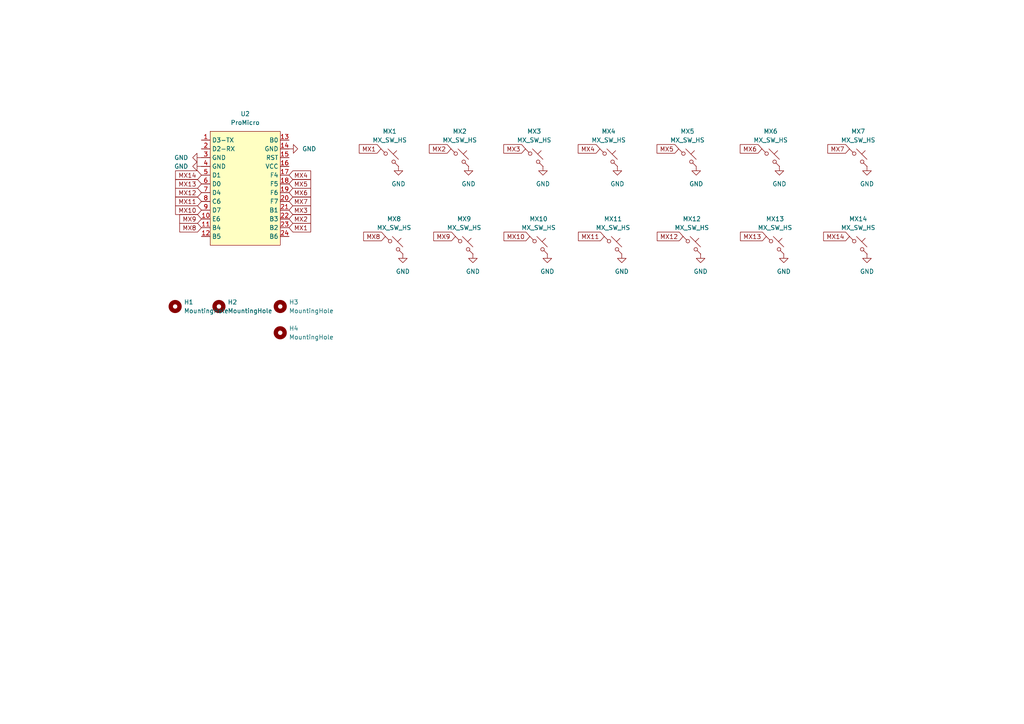
<source format=kicad_sch>
(kicad_sch (version 20230121) (generator eeschema)
  (paper "A4")
  (lib_symbols
    (symbol "Mechanical:MountingHole" (pin_names (offset 1.016))
      (property "Reference" "H" (at 0 5.08 0))
      (property "Value" "MountingHole" (at 0 3.175 0))
      (symbol "MountingHole_0_1"
        (circle (center 0 0) (radius 1.27) (stroke (width 1.27)))
      )
    )
    (symbol "marbastlib-mx:MX_SW_HS" (pin_numbers hide) (pin_names (offset 1.016) hide)
      (property "Reference" "MX" (at 3.048 1.016 0))
      (property "Value" "MX_SW_HS" (at 0 -3.81 0))
      (symbol "MX_SW_HS_0_1"
        (circle (center -1.1684 1.1684) (radius 0.508))
        (polyline (pts (xy -0.508 2.54) (xy 2.54 -0.508)))
        (polyline (pts (xy 1.016 1.016) (xy 2.032 2.032)))
        (polyline (pts (xy -2.54 2.54) (xy -1.524 1.524) (xy -1.524 1.524)))
        (polyline (pts (xy 1.524 -1.524) (xy 2.54 -2.54) (xy 2.54 -2.54) (xy 2.54 -2.54)))
        (circle (center 1.143 -1.1938) (radius 0.508))
        (pin passive line (at -2.54 2.54 0) (length 0) (name "1") (number "1"))
        (pin passive line (at 2.54 -2.54 180) (length 0) (name "2") (number "2"))
      )
    )
    (symbol "marbastlib-promicroish:Arduino_ProMicro" (in_bom no)
      (property "Reference" "U" (at 0 20.32 0))
      (property "Value" "ProMicro" (at 0 17.78 0))
      (symbol "Arduino_ProMicro_0_0"
        (pin bidirectional line (at -12.7 13.97 0) (length 2.54) (name "D3-TX") (number "1"))
        (pin bidirectional line (at -12.7 -8.89 0) (length 2.54) (name "E6") (number "10"))
        (pin bidirectional line (at -12.7 -11.43 0) (length 2.54) (name "B4") (number "11"))
        (pin bidirectional line (at -12.7 -13.97 0) (length 2.54) (name "B5") (number "12"))
        (pin power_out line (at 12.7 11.43 180) (length 2.54) (name "GND") (number "14"))
        (pin bidirectional line (at 12.7 8.89 180) (length 2.54) (name "RST") (number "15"))
        (pin bidirectional line (at 12.7 3.81 180) (length 2.54) (name "F4") (number "17"))
        (pin bidirectional line (at 12.7 1.27 180) (length 2.54) (name "F5") (number "18"))
        (pin bidirectional line (at 12.7 -1.27 180) (length 2.54) (name "F6") (number "19"))
        (pin bidirectional line (at -12.7 11.43 0) (length 2.54) (name "D2-RX") (number "2"))
        (pin bidirectional line (at 12.7 -3.81 180) (length 2.54) (name "F7") (number "20"))
        (pin bidirectional line (at 12.7 -6.35 180) (length 2.54) (name "B1") (number "21"))
        (pin bidirectional line (at 12.7 -8.89 180) (length 2.54) (name "B3") (number "22"))
        (pin bidirectional line (at 12.7 -11.43 180) (length 2.54) (name "B2") (number "23"))
        (pin bidirectional line (at 12.7 -13.97 180) (length 2.54) (name "B6") (number "24"))
        (pin power_out line (at -12.7 8.89 0) (length 2.54) (name "GND") (number "3"))
        (pin power_out line (at -12.7 6.35 0) (length 2.54) (name "GND") (number "4"))
        (pin bidirectional line (at -12.7 3.81 0) (length 2.54) (name "D1") (number "5"))
        (pin bidirectional line (at -12.7 1.27 0) (length 2.54) (name "D0") (number "6"))
        (pin bidirectional line (at -12.7 -1.27 0) (length 2.54) (name "D4") (number "7"))
        (pin bidirectional line (at -12.7 -3.81 0) (length 2.54) (name "C6") (number "8"))
        (pin bidirectional line (at -12.7 -6.35 0) (length 2.54) (name "D7") (number "9"))
      )
      (symbol "Arduino_ProMicro_1_0"
        (pin bidirectional line (at 12.7 13.97 180) (length 2.54) (name "B0") (number "13"))
        (pin power_out line (at 12.7 6.35 180) (length 2.54) (name "VCC") (number "16"))
      )
      (symbol "Arduino_ProMicro_1_1"
        (rectangle (start -10.16 16.51) (end 10.16 -16.51) (fill (type background)))
      )
    )
    (symbol "power:GND" (power) (pin_names (offset 0))
      (property "Value" "GND" (at 0 -3.81 0))
      (symbol "GND_0_1"
        (polyline (pts (xy 0 0) (xy 0 -1.27) (xy 1.27 -1.27) (xy 0 -2.54) (xy -1.27 -1.27) (xy 0 -1.27)))
      )
      (symbol "GND_1_1"
        (pin power_in line (at 0 0 270) (length 0) hide (name "GND") (number "1"))
      )
    )
  )
  (global_label "MX6" (shape input) (at 83.82 55.88 0) (property "Intersheetrefs" "${INTERSHEET_REFS}" (effects hide)))
  (global_label "MX12" (shape input) (at 198.12 68.58 180) (property "Intersheetrefs" "${INTERSHEET_REFS}" (effects hide)))
  (global_label "MX5" (shape input) (at 196.85 43.18 180) (property "Intersheetrefs" "${INTERSHEET_REFS}" (effects hide)))
  (global_label "MX7" (shape input) (at 83.82 58.42 0) (property "Intersheetrefs" "${INTERSHEET_REFS}" (effects hide)))
  (global_label "MX1" (shape input) (at 83.82 66.04 0) (property "Intersheetrefs" "${INTERSHEET_REFS}" (effects hide)))
  (global_label "MX8" (shape input) (at 111.76 68.58 180) (property "Intersheetrefs" "${INTERSHEET_REFS}" (effects hide)))
  (global_label "MX14" (shape input) (at 246.38 68.58 180) (property "Intersheetrefs" "${INTERSHEET_REFS}" (effects hide)))
  (global_label "MX9" (shape input) (at 58.42 63.5 180) (property "Intersheetrefs" "${INTERSHEET_REFS}" (effects hide)))
  (global_label "MX10" (shape input) (at 153.67 68.58 180) (property "Intersheetrefs" "${INTERSHEET_REFS}" (effects hide)))
  (global_label "MX2" (shape input) (at 83.82 63.5 0) (property "Intersheetrefs" "${INTERSHEET_REFS}" (effects hide)))
  (global_label "MX3" (shape input) (at 152.4 43.18 180) (property "Intersheetrefs" "${INTERSHEET_REFS}" (effects hide)))
  (global_label "MX10" (shape input) (at 58.42 60.96 180) (property "Intersheetrefs" "${INTERSHEET_REFS}" (effects hide)))
  (global_label "MX13" (shape input) (at 58.42 53.34 180) (property "Intersheetrefs" "${INTERSHEET_REFS}" (effects hide)))
  (global_label "MX11" (shape input) (at 175.26 68.58 180) (property "Intersheetrefs" "${INTERSHEET_REFS}" (effects hide)))
  (global_label "MX14" (shape input) (at 58.42 50.8 180) (property "Intersheetrefs" "${INTERSHEET_REFS}" (effects hide)))
  (global_label "MX1" (shape input) (at 110.49 43.18 180) (property "Intersheetrefs" "${INTERSHEET_REFS}" (effects hide)))
  (global_label "MX6" (shape input) (at 220.98 43.18 180) (property "Intersheetrefs" "${INTERSHEET_REFS}" (effects hide)))
  (global_label "MX7" (shape input) (at 246.38 43.18 180) (property "Intersheetrefs" "${INTERSHEET_REFS}" (effects hide)))
  (global_label "MX3" (shape input) (at 83.82 60.96 0) (property "Intersheetrefs" "${INTERSHEET_REFS}" (effects hide)))
  (global_label "MX13" (shape input) (at 222.25 68.58 180) (property "Intersheetrefs" "${INTERSHEET_REFS}" (effects hide)))
  (global_label "MX9" (shape input) (at 132.08 68.58 180) (property "Intersheetrefs" "${INTERSHEET_REFS}" (effects hide)))
  (global_label "MX12" (shape input) (at 58.42 55.88 180) (property "Intersheetrefs" "${INTERSHEET_REFS}" (effects hide)))
  (global_label "MX4" (shape input) (at 173.99 43.18 180) (property "Intersheetrefs" "${INTERSHEET_REFS}" (effects hide)))
  (global_label "MX11" (shape input) (at 58.42 58.42 180) (property "Intersheetrefs" "${INTERSHEET_REFS}" (effects hide)))
  (global_label "MX8" (shape input) (at 58.42 66.04 180) (property "Intersheetrefs" "${INTERSHEET_REFS}" (effects hide)))
  (global_label "MX5" (shape input) (at 83.82 53.34 0) (property "Intersheetrefs" "${INTERSHEET_REFS}" (effects hide)))
  (global_label "MX4" (shape input) (at 83.82 50.8 0) (property "Intersheetrefs" "${INTERSHEET_REFS}" (effects hide)))
  (global_label "MX2" (shape input) (at 130.81 43.18 180) (property "Intersheetrefs" "${INTERSHEET_REFS}" (effects hide)))
  (symbol (lib_id "Mechanical:MountingHole") (at 81.28 88.9 0) (unit 1)
    (property "Reference" "H3" (at 83.82 87.63 0) (effects (justify left)))
    (property "Value" "MountingHole" (at 83.82 90.17 0) (effects (justify left)))
    (property "Footprint" "MountingHole:MountingHole_2.2mm_M2_DIN965_Pad" (effects hide))
  )
  (symbol (lib_id "power:GND") (at 251.46 48.26 0) (unit 1)
    (property "Reference" "#PWR012" (effects hide))
    (property "Value" "GND" (at 251.46 53.34 0))
  )
  (symbol (lib_id "marbastlib-mx:MX_SW_HS") (at 223.52 45.72 0) (unit 1)
    (property "Reference" "MX6" (at 223.52 38.1 0))
    (property "Value" "MX_SW_HS" (at 223.52 40.64 0))
    (property "Footprint" "keyswitches.pretty-2.1:Kailh_socket_PG1350_optional" (effects hide))
  )
  (symbol (lib_id "power:GND") (at 226.06 48.26 0) (unit 1)
    (property "Reference" "#PWR01" (effects hide))
    (property "Value" "GND" (at 226.06 53.34 0))
  )
  (symbol (lib_id "power:GND") (at 58.42 45.72 270) (unit 1)
    (property "Reference" "#PWR018" (effects hide))
    (property "Value" "GND" (at 54.61 45.72 90) (effects (justify right)))
  )
  (symbol (lib_id "marbastlib-mx:MX_SW_HS") (at 156.21 71.12 0) (unit 1)
    (property "Reference" "MX10" (at 156.21 63.5 0))
    (property "Value" "MX_SW_HS" (at 156.21 66.04 0))
    (property "Footprint" "keyswitches.pretty-2.1:Kailh_socket_PG1350_optional" (effects hide))
  )
  (symbol (lib_id "Mechanical:MountingHole") (at 63.5 88.9 0) (unit 1)
    (property "Reference" "H2" (at 66.04 87.63 0) (effects (justify left)))
    (property "Value" "MountingHole" (at 66.04 90.17 0) (effects (justify left)))
    (property "Footprint" "MountingHole:MountingHole_2.2mm_M2_DIN965_Pad" (effects hide))
  )
  (symbol (lib_id "marbastlib-mx:MX_SW_HS") (at 177.8 71.12 0) (unit 1)
    (property "Reference" "MX11" (at 177.8 63.5 0))
    (property "Value" "MX_SW_HS" (at 177.8 66.04 0))
    (property "Footprint" "keyswitches.pretty-2.1:Kailh_socket_PG1350_optional" (effects hide))
  )
  (symbol (lib_id "marbastlib-mx:MX_SW_HS") (at 114.3 71.12 0) (unit 1)
    (property "Reference" "MX8" (at 114.3 63.5 0))
    (property "Value" "MX_SW_HS" (at 114.3 66.04 0))
    (property "Footprint" "keyswitches.pretty-2.1:Kailh_socket_PG1350_optional" (effects hide))
  )
  (symbol (lib_id "power:GND") (at 179.07 48.26 0) (unit 1)
    (property "Reference" "#PWR010" (effects hide))
    (property "Value" "GND" (at 179.07 53.34 0))
  )
  (symbol (lib_id "Mechanical:MountingHole") (at 81.28 96.52 0) (unit 1)
    (property "Reference" "H4" (at 83.82 95.25 0) (effects (justify left)))
    (property "Value" "MountingHole" (at 83.82 97.79 0) (effects (justify left)))
    (property "Footprint" "MountingHole:MountingHole_2.2mm_M2_DIN965_Pad" (effects hide))
  )
  (symbol (lib_id "marbastlib-mx:MX_SW_HS") (at 133.35 45.72 0) (unit 1)
    (property "Reference" "MX2" (at 133.35 38.1 0))
    (property "Value" "MX_SW_HS" (at 133.35 40.64 0))
    (property "Footprint" "keyswitches.pretty-2.1:Kailh_socket_PG1350_optional" (effects hide))
  )
  (symbol (lib_id "power:GND") (at 115.57 48.26 0) (unit 1)
    (property "Reference" "#PWR08" (effects hide))
    (property "Value" "GND" (at 115.57 53.34 0))
  )
  (symbol (lib_id "marbastlib-mx:MX_SW_HS") (at 134.62 71.12 0) (unit 1)
    (property "Reference" "MX9" (at 134.62 63.5 0))
    (property "Value" "MX_SW_HS" (at 134.62 66.04 0))
    (property "Footprint" "keyswitches.pretty-2.1:Kailh_socket_PG1350_optional" (effects hide))
  )
  (symbol (lib_id "marbastlib-mx:MX_SW_HS") (at 248.92 45.72 0) (unit 1)
    (property "Reference" "MX7" (at 248.92 38.1 0))
    (property "Value" "MX_SW_HS" (at 248.92 40.64 0))
    (property "Footprint" "keyswitches.pretty-2.1:Kailh_socket_PG1350_optional" (effects hide))
  )
  (symbol (lib_id "marbastlib-mx:MX_SW_HS") (at 248.92 71.12 0) (unit 1)
    (property "Reference" "MX14" (at 248.92 63.5 0))
    (property "Value" "MX_SW_HS" (at 248.92 66.04 0))
    (property "Footprint" "keyswitches.pretty-2.1:Kailh_socket_PG1350_optional" (effects hide))
  )
  (symbol (lib_id "marbastlib-mx:MX_SW_HS") (at 200.66 71.12 0) (unit 1)
    (property "Reference" "MX12" (at 200.66 63.5 0))
    (property "Value" "MX_SW_HS" (at 200.66 66.04 0))
    (property "Footprint" "keyswitches.pretty-2.1:Kailh_socket_PG1350_optional" (effects hide))
  )
  (symbol (lib_id "power:GND") (at 116.84 73.66 0) (unit 1)
    (property "Reference" "#PWR014" (effects hide))
    (property "Value" "GND" (at 116.84 78.74 0))
  )
  (symbol (lib_id "power:GND") (at 203.2 73.66 0) (unit 1)
    (property "Reference" "#PWR06" (effects hide))
    (property "Value" "GND" (at 203.2 78.74 0))
  )
  (symbol (lib_id "marbastlib-mx:MX_SW_HS") (at 199.39 45.72 0) (unit 1)
    (property "Reference" "MX5" (at 199.39 38.1 0))
    (property "Value" "MX_SW_HS" (at 199.39 40.64 0))
    (property "Footprint" "keyswitches.pretty-2.1:Kailh_socket_PG1350_optional" (effects hide))
  )
  (symbol (lib_id "power:GND") (at 180.34 73.66 0) (unit 1)
    (property "Reference" "#PWR03" (effects hide))
    (property "Value" "GND" (at 180.34 78.74 0))
  )
  (symbol (lib_id "power:GND") (at 137.16 73.66 0) (unit 1)
    (property "Reference" "#PWR04" (effects hide))
    (property "Value" "GND" (at 137.16 78.74 0))
  )
  (symbol (lib_id "power:GND") (at 135.89 48.26 0) (unit 1)
    (property "Reference" "#PWR09" (effects hide))
    (property "Value" "GND" (at 135.89 53.34 0))
  )
  (symbol (lib_id "marbastlib-promicroish:Arduino_ProMicro") (at 71.12 54.61 0) (unit 1) (in_bom no)
    (property "Reference" "U2" (at 71.12 33.02 0))
    (property "Value" "ProMicro" (at 71.12 35.56 0))
    (property "Footprint" "Fight Stick 2:ProMicro_USBdn" (effects hide))
  )
  (symbol (lib_id "power:GND") (at 251.46 73.66 0) (unit 1)
    (property "Reference" "#PWR05" (effects hide))
    (property "Value" "GND" (at 251.46 78.74 0))
  )
  (symbol (lib_id "marbastlib-mx:MX_SW_HS") (at 113.03 45.72 0) (unit 1)
    (property "Reference" "MX1" (at 113.03 38.1 0))
    (property "Value" "MX_SW_HS" (at 113.03 40.64 0))
    (property "Footprint" "keyswitches.pretty-2.1:Kailh_socket_PG1350_optional" (effects hide))
  )
  (symbol (lib_id "power:GND") (at 157.48 48.26 0) (unit 1)
    (property "Reference" "#PWR013" (effects hide))
    (property "Value" "GND" (at 157.48 53.34 0))
  )
  (symbol (lib_id "marbastlib-mx:MX_SW_HS") (at 224.79 71.12 0) (unit 1)
    (property "Reference" "MX13" (at 224.79 63.5 0))
    (property "Value" "MX_SW_HS" (at 224.79 66.04 0))
    (property "Footprint" "keyswitches.pretty-2.1:Kailh_socket_PG1350_optional" (effects hide))
  )
  (symbol (lib_id "Mechanical:MountingHole") (at 50.8 88.9 0) (unit 1)
    (property "Reference" "H1" (at 53.34 87.63 0) (effects (justify left)))
    (property "Value" "MountingHole" (at 53.34 90.17 0) (effects (justify left)))
    (property "Footprint" "MountingHole:MountingHole_2.2mm_M2_DIN965_Pad" (effects hide))
  )
  (symbol (lib_id "marbastlib-mx:MX_SW_HS") (at 154.94 45.72 0) (unit 1)
    (property "Reference" "MX3" (at 154.94 38.1 0))
    (property "Value" "MX_SW_HS" (at 154.94 40.64 0))
    (property "Footprint" "keyswitches.pretty-2.1:Kailh_socket_PG1350_optional" (effects hide))
  )
  (symbol (lib_id "power:GND") (at 83.82 43.18 90) (unit 1)
    (property "Reference" "#PWR017" (effects hide))
    (property "Value" "GND" (at 87.63 43.18 90) (effects (justify right)))
  )
  (symbol (lib_id "power:GND") (at 58.42 48.26 270) (unit 1)
    (property "Reference" "#PWR019" (effects hide))
    (property "Value" "GND" (at 54.61 48.26 90) (effects (justify right)))
  )
  (symbol (lib_id "power:GND") (at 227.33 73.66 0) (unit 1)
    (property "Reference" "#PWR02" (effects hide))
    (property "Value" "GND" (at 227.33 78.74 0))
  )
  (symbol (lib_id "power:GND") (at 201.93 48.26 0) (unit 1)
    (property "Reference" "#PWR07" (effects hide))
    (property "Value" "GND" (at 201.93 53.34 0))
  )
  (symbol (lib_id "power:GND") (at 158.75 73.66 0) (unit 1)
    (property "Reference" "#PWR011" (effects hide))
    (property "Value" "GND" (at 158.75 78.74 0))
  )
  (symbol (lib_id "marbastlib-mx:MX_SW_HS") (at 176.53 45.72 0) (unit 1)
    (property "Reference" "MX4" (at 176.53 38.1 0))
    (property "Value" "MX_SW_HS" (at 176.53 40.64 0))
    (property "Footprint" "keyswitches.pretty-2.1:Kailh_socket_PG1350_optional" (effects hide))
  )
)
</source>
